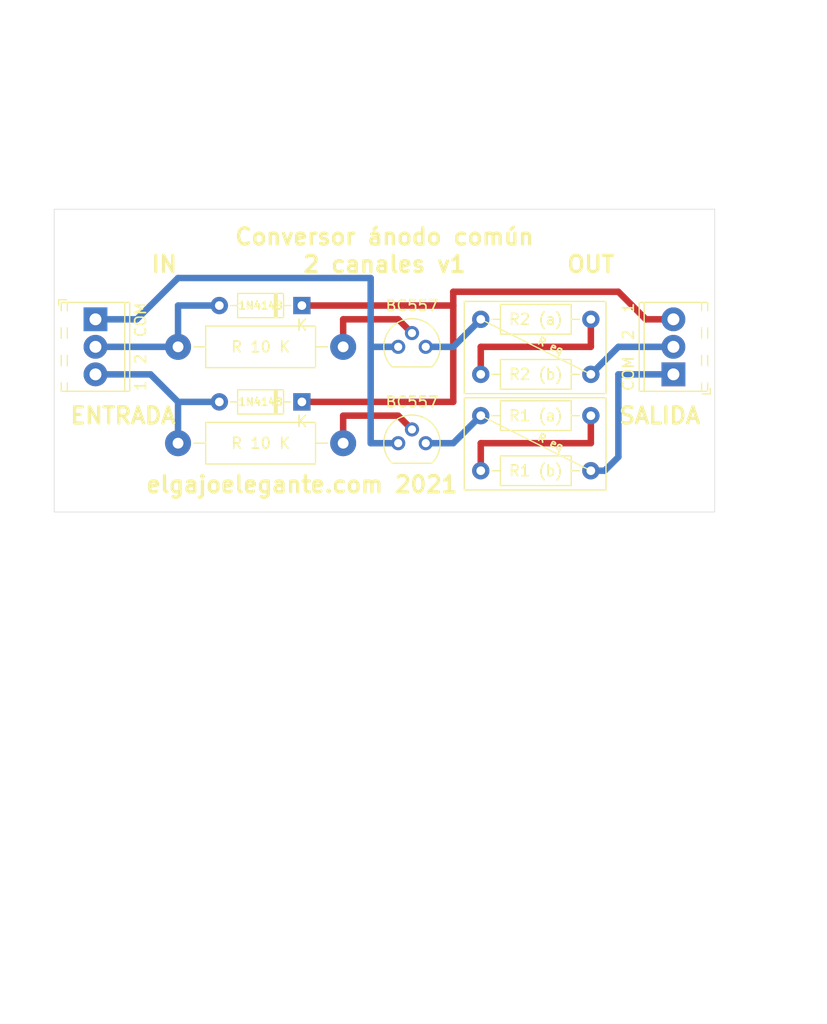
<source format=kicad_pcb>
(kicad_pcb (version 20171130) (host pcbnew "(5.1.9)-1")

  (general
    (thickness 1.6)
    (drawings 23)
    (tracks 45)
    (zones 0)
    (modules 20)
    (nets 1)
  )

  (page A4)
  (layers
    (0 F.Cu signal)
    (31 B.Cu signal)
    (33 F.Adhes user)
    (35 F.Paste user)
    (37 F.SilkS user)
    (38 B.Mask user)
    (39 F.Mask user)
    (40 Dwgs.User user)
    (41 Cmts.User user)
    (42 Eco1.User user)
    (43 Eco2.User user)
    (44 Edge.Cuts user)
    (45 Margin user)
    (46 B.CrtYd user)
    (47 F.CrtYd user)
    (49 F.Fab user)
  )

  (setup
    (last_trace_width 0.25)
    (user_trace_width 0.6)
    (trace_clearance 0.2)
    (zone_clearance 0.508)
    (zone_45_only no)
    (trace_min 0.2)
    (via_size 0.8)
    (via_drill 0.4)
    (via_min_size 0.4)
    (via_min_drill 0.3)
    (uvia_size 0.3)
    (uvia_drill 0.1)
    (uvias_allowed no)
    (uvia_min_size 0.2)
    (uvia_min_drill 0.1)
    (edge_width 0.05)
    (segment_width 0.2)
    (pcb_text_width 0.3)
    (pcb_text_size 1.5 1.5)
    (mod_edge_width 0.12)
    (mod_text_size 1 1)
    (mod_text_width 0.15)
    (pad_size 2.2 2.2)
    (pad_drill 1.1)
    (pad_to_mask_clearance 0)
    (aux_axis_origin 0 0)
    (visible_elements 7FFFFFFF)
    (pcbplotparams
      (layerselection 0x010e0_ffffffff)
      (usegerberextensions false)
      (usegerberattributes true)
      (usegerberadvancedattributes true)
      (creategerberjobfile true)
      (excludeedgelayer true)
      (linewidth 0.100000)
      (plotframeref false)
      (viasonmask false)
      (mode 1)
      (useauxorigin false)
      (hpglpennumber 1)
      (hpglpenspeed 20)
      (hpglpendiameter 15.000000)
      (psnegative false)
      (psa4output false)
      (plotreference true)
      (plotvalue true)
      (plotinvisibletext false)
      (padsonsilk false)
      (subtractmaskfromsilk false)
      (outputformat 1)
      (mirror false)
      (drillshape 0)
      (scaleselection 1)
      (outputdirectory "Gerber/"))
  )

  (net 0 "")

  (net_class Default "This is the default net class."
    (clearance 0.2)
    (trace_width 0.25)
    (via_dia 0.8)
    (via_drill 0.4)
    (uvia_dia 0.3)
    (uvia_drill 0.1)
  )

  (module TerminalBlock_Phoenix:TerminalBlock_Phoenix_MPT-0,5-3-2.54_1x03_P2.54mm_Horizontal-Dario (layer F.Cu) (tedit 602AB395) (tstamp 602AC8DD)
    (at 78.74 71.12 90)
    (descr "Terminal Block Phoenix MPT-0,5-3-2.54, 3 pins, pitch 2.54mm, size 8.08x6.2mm^2, drill diamater 1.1mm, pad diameter 2.2mm, see http://www.mouser.com/ds/2/324/ItemDetail_1725656-920552.pdf, script-generated using https://github.com/pointhi/kicad-footprint-generator/scripts/TerminalBlock_Phoenix")
    (tags "THT Terminal Block Phoenix MPT-0,5-3-2.54 pitch 2.54mm size 8.08x6.2mm^2 drill 1.1mm pad 2.2mm")
    (fp_text reference "COM  2  1" (at 2.54 -4.16 -90) (layer F.SilkS)
      (effects (font (size 1 1) (thickness 0.15)))
    )
    (fp_text value TerminalBlock_Phoenix_MPT-0,5-3-2.54_1x03_P2.54mm_Horizontal-Dario (at 2.54 4.16 90) (layer F.Fab)
      (effects (font (size 1 1) (thickness 0.15)))
    )
    (fp_circle (center 0 0) (end 1.1 0) (layer F.Fab) (width 0.1))
    (fp_circle (center 2.54 0) (end 3.64 0) (layer F.Fab) (width 0.1))
    (fp_circle (center 5.08 0) (end 6.18 0) (layer F.Fab) (width 0.1))
    (fp_line (start -1.5 -3.1) (end 6.58 -3.1) (layer F.Fab) (width 0.1))
    (fp_line (start 6.58 -3.1) (end 6.58 3.1) (layer F.Fab) (width 0.1))
    (fp_line (start 6.58 3.1) (end -1 3.1) (layer F.Fab) (width 0.1))
    (fp_line (start -1 3.1) (end -1.5 2.6) (layer F.Fab) (width 0.1))
    (fp_line (start -1.5 2.6) (end -1.5 -3.1) (layer F.Fab) (width 0.1))
    (fp_line (start -1.5 2.6) (end 6.58 2.6) (layer F.Fab) (width 0.1))
    (fp_line (start -1.56 2.6) (end -0.79 2.6) (layer F.SilkS) (width 0.12))
    (fp_line (start 0.79 2.6) (end 1.75 2.6) (layer F.SilkS) (width 0.12))
    (fp_line (start 3.33 2.6) (end 4.29 2.6) (layer F.SilkS) (width 0.12))
    (fp_line (start 5.87 2.6) (end 6.64 2.6) (layer F.SilkS) (width 0.12))
    (fp_line (start -1.5 -2.7) (end 6.58 -2.7) (layer F.Fab) (width 0.1))
    (fp_line (start -1.56 -2.7) (end 6.64 -2.7) (layer F.SilkS) (width 0.12))
    (fp_line (start -1.56 -3.16) (end 6.64 -3.16) (layer F.SilkS) (width 0.12))
    (fp_line (start -1.56 3.16) (end -0.79 3.16) (layer F.SilkS) (width 0.12))
    (fp_line (start 0.79 3.16) (end 1.75 3.16) (layer F.SilkS) (width 0.12))
    (fp_line (start 3.33 3.16) (end 4.29 3.16) (layer F.SilkS) (width 0.12))
    (fp_line (start 5.87 3.16) (end 6.64 3.16) (layer F.SilkS) (width 0.12))
    (fp_line (start -1.56 -3.16) (end -1.56 3.16) (layer F.SilkS) (width 0.12))
    (fp_line (start 6.64 -3.16) (end 6.64 3.16) (layer F.SilkS) (width 0.12))
    (fp_line (start 0.835 -0.7) (end -0.701 0.835) (layer F.Fab) (width 0.1))
    (fp_line (start 0.701 -0.835) (end -0.835 0.7) (layer F.Fab) (width 0.1))
    (fp_line (start 3.375 -0.7) (end 1.84 0.835) (layer F.Fab) (width 0.1))
    (fp_line (start 3.241 -0.835) (end 1.706 0.7) (layer F.Fab) (width 0.1))
    (fp_line (start 5.915 -0.7) (end 4.38 0.835) (layer F.Fab) (width 0.1))
    (fp_line (start 5.781 -0.835) (end 4.246 0.7) (layer F.Fab) (width 0.1))
    (fp_line (start -1.8 2.66) (end -1.8 3.4) (layer F.SilkS) (width 0.12))
    (fp_line (start -1.8 3.4) (end -1.3 3.4) (layer F.SilkS) (width 0.12))
    (fp_line (start -2 -3.6) (end -2 3.6) (layer F.CrtYd) (width 0.05))
    (fp_line (start -2 3.6) (end 7.08 3.6) (layer F.CrtYd) (width 0.05))
    (fp_line (start 7.08 3.6) (end 7.08 -3.6) (layer F.CrtYd) (width 0.05))
    (fp_line (start 7.08 -3.6) (end -2 -3.6) (layer F.CrtYd) (width 0.05))
    (fp_text user %R (at 2.54 2 90) (layer F.Fab)
      (effects (font (size 1 1) (thickness 0.15)))
    )
    (pad 1 thru_hole rect (at 0 0 90) (size 2.2 2.2) (drill 1.1) (layers *.Cu *.Mask))
    (pad 2 thru_hole circle (at 2.54 0 90) (size 2.2 2.2) (drill 1.1) (layers *.Cu *.Mask))
    (pad 3 thru_hole circle (at 5.08 0 90) (size 2.2 2.2) (drill 1.1) (layers *.Cu *.Mask))
    (model ${KISYS3DMOD}/TerminalBlock_Phoenix.3dshapes/TerminalBlock_Phoenix_MPT-0,5-3-2.54_1x03_P2.54mm_Horizontal.wrl
      (at (xyz 0 0 0))
      (scale (xyz 1 1 1))
      (rotate (xyz 0 0 0))
    )
  )

  (module MountingHole:MountingHole_3.2mm_M3 (layer F.Cu) (tedit 56D1B4CB) (tstamp 602ACC9D)
    (at 26.07 79.87)
    (descr "Mounting Hole 3.2mm, no annular, M3")
    (tags "mounting hole 3.2mm no annular m3")
    (attr virtual)
    (fp_text reference REF** (at 0 -4.2) (layer F.SilkS) hide
      (effects (font (size 1 1) (thickness 0.15)))
    )
    (fp_text value MountingHole_3.2mm_M3 (at 0 4.2) (layer F.Fab)
      (effects (font (size 1 1) (thickness 0.15)))
    )
    (fp_circle (center 0 0) (end 3.45 0) (layer F.CrtYd) (width 0.05))
    (fp_circle (center 0 0) (end 3.2 0) (layer Cmts.User) (width 0.15))
    (fp_text user %R (at 0.3 0) (layer F.Fab)
      (effects (font (size 1 1) (thickness 0.15)))
    )
    (pad 1 np_thru_hole circle (at 0 0) (size 3.2 3.2) (drill 3.2) (layers *.Cu *.Mask))
  )

  (module MountingHole:MountingHole_3.2mm_M3 (layer F.Cu) (tedit 56D1B4CB) (tstamp 602ACC77)
    (at 78.07 79.87)
    (descr "Mounting Hole 3.2mm, no annular, M3")
    (tags "mounting hole 3.2mm no annular m3")
    (attr virtual)
    (fp_text reference REF** (at 0 -4.2) (layer F.SilkS) hide
      (effects (font (size 1 1) (thickness 0.15)))
    )
    (fp_text value MountingHole_3.2mm_M3 (at 0 4.2) (layer F.Fab)
      (effects (font (size 1 1) (thickness 0.15)))
    )
    (fp_circle (center 0 0) (end 3.2 0) (layer Cmts.User) (width 0.15))
    (fp_circle (center 0 0) (end 3.45 0) (layer F.CrtYd) (width 0.05))
    (fp_text user %R (at 0.3 0) (layer F.Fab)
      (effects (font (size 1 1) (thickness 0.15)))
    )
    (pad 1 np_thru_hole circle (at 0 0) (size 3.2 3.2) (drill 3.2) (layers *.Cu *.Mask))
  )

  (module MountingHole:MountingHole_3.2mm_M3 (layer F.Cu) (tedit 56D1B4CB) (tstamp 602ACC51)
    (at 78.07 59.69)
    (descr "Mounting Hole 3.2mm, no annular, M3")
    (tags "mounting hole 3.2mm no annular m3")
    (attr virtual)
    (fp_text reference REF** (at 0 -4.2) (layer F.SilkS) hide
      (effects (font (size 1 1) (thickness 0.15)))
    )
    (fp_text value MountingHole_3.2mm_M3 (at 0 4.2) (layer F.Fab)
      (effects (font (size 1 1) (thickness 0.15)))
    )
    (fp_circle (center 0 0) (end 3.45 0) (layer F.CrtYd) (width 0.05))
    (fp_circle (center 0 0) (end 3.2 0) (layer Cmts.User) (width 0.15))
    (fp_text user %R (at 0.3 0) (layer F.Fab)
      (effects (font (size 1 1) (thickness 0.15)))
    )
    (pad 1 np_thru_hole circle (at 0 0) (size 3.2 3.2) (drill 3.2) (layers *.Cu *.Mask))
  )

  (module MountingHole:MountingHole_3.2mm_M3 (layer F.Cu) (tedit 56D1B4CB) (tstamp 602ACBF0)
    (at 26.07 59.69)
    (descr "Mounting Hole 3.2mm, no annular, M3")
    (tags "mounting hole 3.2mm no annular m3")
    (attr virtual)
    (fp_text reference REF** (at 0 -4.2) (layer F.SilkS) hide
      (effects (font (size 1 1) (thickness 0.15)))
    )
    (fp_text value MountingHole_3.2mm_M3 (at 0 4.93) (layer F.Fab)
      (effects (font (size 1 1) (thickness 0.15)))
    )
    (fp_circle (center 0 0) (end 3.2 0) (layer Cmts.User) (width 0.15))
    (fp_circle (center 0 0) (end 3.45 0) (layer F.CrtYd) (width 0.05))
    (fp_text user %R (at 0.3 0) (layer F.Fab)
      (effects (font (size 1 1) (thickness 0.15)))
    )
    (pad 1 np_thru_hole circle (at 0 0) (size 3.2 3.2) (drill 3.2) (layers *.Cu *.Mask))
  )

  (module TerminalBlock_Phoenix:TerminalBlock_Phoenix_MPT-0,5-3-2.54_1x03_P2.54mm_Horizontal-Dario (layer F.Cu) (tedit 602AA746) (tstamp 602C09DC)
    (at 25.4 66.04 270)
    (descr "Terminal Block Phoenix MPT-0,5-3-2.54, 3 pins, pitch 2.54mm, size 8.08x6.2mm^2, drill diamater 1.1mm, pad diameter 2.2mm, see http://www.mouser.com/ds/2/324/ItemDetail_1725656-920552.pdf, script-generated using https://github.com/pointhi/kicad-footprint-generator/scripts/TerminalBlock_Phoenix")
    (tags "THT Terminal Block Phoenix MPT-0,5-3-2.54 pitch 2.54mm size 8.08x6.2mm^2 drill 1.1mm pad 2.2mm")
    (fp_text reference "1  2  COM" (at 2.54 -4.16 90) (layer F.SilkS)
      (effects (font (size 1 1) (thickness 0.15)))
    )
    (fp_text value TerminalBlock_Phoenix_MPT-0,5-3-2.54_1x03_P2.54mm_Horizontal-Dario (at 2.54 4.16 90) (layer F.Fab)
      (effects (font (size 1 1) (thickness 0.15)))
    )
    (fp_line (start 7.08 -3.6) (end -2 -3.6) (layer F.CrtYd) (width 0.05))
    (fp_line (start 7.08 3.6) (end 7.08 -3.6) (layer F.CrtYd) (width 0.05))
    (fp_line (start -2 3.6) (end 7.08 3.6) (layer F.CrtYd) (width 0.05))
    (fp_line (start -2 -3.6) (end -2 3.6) (layer F.CrtYd) (width 0.05))
    (fp_line (start -1.8 3.4) (end -1.3 3.4) (layer F.SilkS) (width 0.12))
    (fp_line (start -1.8 2.66) (end -1.8 3.4) (layer F.SilkS) (width 0.12))
    (fp_line (start 5.781 -0.835) (end 4.246 0.7) (layer F.Fab) (width 0.1))
    (fp_line (start 5.915 -0.7) (end 4.38 0.835) (layer F.Fab) (width 0.1))
    (fp_line (start 3.241 -0.835) (end 1.706 0.7) (layer F.Fab) (width 0.1))
    (fp_line (start 3.375 -0.7) (end 1.84 0.835) (layer F.Fab) (width 0.1))
    (fp_line (start 0.701 -0.835) (end -0.835 0.7) (layer F.Fab) (width 0.1))
    (fp_line (start 0.835 -0.7) (end -0.701 0.835) (layer F.Fab) (width 0.1))
    (fp_line (start 6.64 -3.16) (end 6.64 3.16) (layer F.SilkS) (width 0.12))
    (fp_line (start -1.56 -3.16) (end -1.56 3.16) (layer F.SilkS) (width 0.12))
    (fp_line (start 5.87 3.16) (end 6.64 3.16) (layer F.SilkS) (width 0.12))
    (fp_line (start 3.33 3.16) (end 4.29 3.16) (layer F.SilkS) (width 0.12))
    (fp_line (start 0.79 3.16) (end 1.75 3.16) (layer F.SilkS) (width 0.12))
    (fp_line (start -1.56 3.16) (end -0.79 3.16) (layer F.SilkS) (width 0.12))
    (fp_line (start -1.56 -3.16) (end 6.64 -3.16) (layer F.SilkS) (width 0.12))
    (fp_line (start -1.56 -2.7) (end 6.64 -2.7) (layer F.SilkS) (width 0.12))
    (fp_line (start -1.5 -2.7) (end 6.58 -2.7) (layer F.Fab) (width 0.1))
    (fp_line (start 5.87 2.6) (end 6.64 2.6) (layer F.SilkS) (width 0.12))
    (fp_line (start 3.33 2.6) (end 4.29 2.6) (layer F.SilkS) (width 0.12))
    (fp_line (start 0.79 2.6) (end 1.75 2.6) (layer F.SilkS) (width 0.12))
    (fp_line (start -1.56 2.6) (end -0.79 2.6) (layer F.SilkS) (width 0.12))
    (fp_line (start -1.5 2.6) (end 6.58 2.6) (layer F.Fab) (width 0.1))
    (fp_line (start -1.5 2.6) (end -1.5 -3.1) (layer F.Fab) (width 0.1))
    (fp_line (start -1 3.1) (end -1.5 2.6) (layer F.Fab) (width 0.1))
    (fp_line (start 6.58 3.1) (end -1 3.1) (layer F.Fab) (width 0.1))
    (fp_line (start 6.58 -3.1) (end 6.58 3.1) (layer F.Fab) (width 0.1))
    (fp_line (start -1.5 -3.1) (end 6.58 -3.1) (layer F.Fab) (width 0.1))
    (fp_circle (center 5.08 0) (end 6.18 0) (layer F.Fab) (width 0.1))
    (fp_circle (center 2.54 0) (end 3.64 0) (layer F.Fab) (width 0.1))
    (fp_circle (center 0 0) (end 1.1 0) (layer F.Fab) (width 0.1))
    (fp_text user %R (at 2.54 2 90) (layer F.Fab)
      (effects (font (size 1 1) (thickness 0.15)))
    )
    (pad 1 thru_hole circle (at 5.08 0 270) (size 2.2 2.2) (drill 1.1) (layers *.Cu *.Mask))
    (pad 2 thru_hole circle (at 2.54 0 270) (size 2.2 2.2) (drill 1.1) (layers *.Cu *.Mask))
    (pad 3 thru_hole rect (at 0 0 270) (size 2.2 2.2) (drill 1.1) (layers *.Cu *.Mask))
    (model ${KISYS3DMOD}/TerminalBlock_Phoenix.3dshapes/TerminalBlock_Phoenix_MPT-0,5-3-2.54_1x03_P2.54mm_Horizontal.wrl
      (at (xyz 0 0 0))
      (scale (xyz 1 1 1))
      (rotate (xyz 0 0 0))
    )
  )

  (module Resistor_THT:R_Axial_DIN0207_L6.3mm_D2.5mm_P10.16mm_Horizontal (layer F.Cu) (tedit 5AE5139B) (tstamp 602AEADB)
    (at 60.96 74.93)
    (descr "Resistor, Axial_DIN0207 series, Axial, Horizontal, pin pitch=10.16mm, 0.25W = 1/4W, length*diameter=6.3*2.5mm^2, http://cdn-reichelt.de/documents/datenblatt/B400/1_4W%23YAG.pdf")
    (tags "Resistor Axial_DIN0207 series Axial Horizontal pin pitch 10.16mm 0.25W = 1/4W length 6.3mm diameter 2.5mm")
    (fp_text reference "R1 (a)" (at 5.08 0) (layer F.SilkS)
      (effects (font (size 1 1) (thickness 0.15)))
    )
    (fp_text value R_Axial_DIN0207_L6.3mm_D2.5mm_P10.16mm_Horizontal (at 5.08 2.37) (layer F.Fab)
      (effects (font (size 1 1) (thickness 0.15)))
    )
    (fp_line (start 11.21 -1.5) (end -1.05 -1.5) (layer F.CrtYd) (width 0.05))
    (fp_line (start 11.21 1.5) (end 11.21 -1.5) (layer F.CrtYd) (width 0.05))
    (fp_line (start -1.05 1.5) (end 11.21 1.5) (layer F.CrtYd) (width 0.05))
    (fp_line (start -1.05 -1.5) (end -1.05 1.5) (layer F.CrtYd) (width 0.05))
    (fp_line (start 9.12 0) (end 8.35 0) (layer F.SilkS) (width 0.12))
    (fp_line (start 1.04 0) (end 1.81 0) (layer F.SilkS) (width 0.12))
    (fp_line (start 8.35 -1.37) (end 1.81 -1.37) (layer F.SilkS) (width 0.12))
    (fp_line (start 8.35 1.37) (end 8.35 -1.37) (layer F.SilkS) (width 0.12))
    (fp_line (start 1.81 1.37) (end 8.35 1.37) (layer F.SilkS) (width 0.12))
    (fp_line (start 1.81 -1.37) (end 1.81 1.37) (layer F.SilkS) (width 0.12))
    (fp_line (start 10.16 0) (end 8.23 0) (layer F.Fab) (width 0.1))
    (fp_line (start 0 0) (end 1.93 0) (layer F.Fab) (width 0.1))
    (fp_line (start 8.23 -1.25) (end 1.93 -1.25) (layer F.Fab) (width 0.1))
    (fp_line (start 8.23 1.25) (end 8.23 -1.25) (layer F.Fab) (width 0.1))
    (fp_line (start 1.93 1.25) (end 8.23 1.25) (layer F.Fab) (width 0.1))
    (fp_line (start 1.93 -1.25) (end 1.93 1.25) (layer F.Fab) (width 0.1))
    (fp_text user %R (at 5.08 0) (layer F.Fab)
      (effects (font (size 1 1) (thickness 0.15)))
    )
    (pad 1 thru_hole circle (at 0 0) (size 1.6 1.6) (drill 0.8) (layers *.Cu *.Mask))
    (pad 2 thru_hole oval (at 10.16 0) (size 1.6 1.6) (drill 0.8) (layers *.Cu *.Mask))
    (model ${KISYS3DMOD}/Resistor_THT.3dshapes/R_Axial_DIN0207_L6.3mm_D2.5mm_P10.16mm_Horizontal.wrl
      (at (xyz 0 0 0))
      (scale (xyz 1 1 1))
      (rotate (xyz 0 0 0))
    )
  )

  (module Resistor_THT:R_Axial_DIN0207_L6.3mm_D2.5mm_P10.16mm_Horizontal (layer F.Cu) (tedit 5AE5139B) (tstamp 602AEAC5)
    (at 60.96 80.01)
    (descr "Resistor, Axial_DIN0207 series, Axial, Horizontal, pin pitch=10.16mm, 0.25W = 1/4W, length*diameter=6.3*2.5mm^2, http://cdn-reichelt.de/documents/datenblatt/B400/1_4W%23YAG.pdf")
    (tags "Resistor Axial_DIN0207 series Axial Horizontal pin pitch 10.16mm 0.25W = 1/4W length 6.3mm diameter 2.5mm")
    (fp_text reference "R1 (b)" (at 5.08 0) (layer F.SilkS)
      (effects (font (size 1 1) (thickness 0.15)))
    )
    (fp_text value R_Axial_DIN0207_L6.3mm_D2.5mm_P10.16mm_Horizontal (at 5.08 2.37) (layer F.Fab)
      (effects (font (size 1 1) (thickness 0.15)))
    )
    (fp_line (start 11.21 -1.5) (end -1.05 -1.5) (layer F.CrtYd) (width 0.05))
    (fp_line (start 11.21 1.5) (end 11.21 -1.5) (layer F.CrtYd) (width 0.05))
    (fp_line (start -1.05 1.5) (end 11.21 1.5) (layer F.CrtYd) (width 0.05))
    (fp_line (start -1.05 -1.5) (end -1.05 1.5) (layer F.CrtYd) (width 0.05))
    (fp_line (start 9.12 0) (end 8.35 0) (layer F.SilkS) (width 0.12))
    (fp_line (start 1.04 0) (end 1.81 0) (layer F.SilkS) (width 0.12))
    (fp_line (start 8.35 -1.37) (end 1.81 -1.37) (layer F.SilkS) (width 0.12))
    (fp_line (start 8.35 1.37) (end 8.35 -1.37) (layer F.SilkS) (width 0.12))
    (fp_line (start 1.81 1.37) (end 8.35 1.37) (layer F.SilkS) (width 0.12))
    (fp_line (start 1.81 -1.37) (end 1.81 1.37) (layer F.SilkS) (width 0.12))
    (fp_line (start 10.16 0) (end 8.23 0) (layer F.Fab) (width 0.1))
    (fp_line (start 0 0) (end 1.93 0) (layer F.Fab) (width 0.1))
    (fp_line (start 8.23 -1.25) (end 1.93 -1.25) (layer F.Fab) (width 0.1))
    (fp_line (start 8.23 1.25) (end 8.23 -1.25) (layer F.Fab) (width 0.1))
    (fp_line (start 1.93 1.25) (end 8.23 1.25) (layer F.Fab) (width 0.1))
    (fp_line (start 1.93 -1.25) (end 1.93 1.25) (layer F.Fab) (width 0.1))
    (fp_text user %R (at 5.08 0) (layer F.Fab)
      (effects (font (size 1 1) (thickness 0.15)))
    )
    (pad 2 thru_hole oval (at 10.16 0) (size 1.6 1.6) (drill 0.8) (layers *.Cu *.Mask))
    (pad 1 thru_hole circle (at 0 0) (size 1.6 1.6) (drill 0.8) (layers *.Cu *.Mask))
    (model ${KISYS3DMOD}/Resistor_THT.3dshapes/R_Axial_DIN0207_L6.3mm_D2.5mm_P10.16mm_Horizontal.wrl
      (at (xyz 0 0 0))
      (scale (xyz 1 1 1))
      (rotate (xyz 0 0 0))
    )
  )

  (module Resistor_THT:R_Axial_DIN0207_L6.3mm_D2.5mm_P10.16mm_Horizontal (layer F.Cu) (tedit 5AE5139B) (tstamp 602AEADB)
    (at 60.96 66.04)
    (descr "Resistor, Axial_DIN0207 series, Axial, Horizontal, pin pitch=10.16mm, 0.25W = 1/4W, length*diameter=6.3*2.5mm^2, http://cdn-reichelt.de/documents/datenblatt/B400/1_4W%23YAG.pdf")
    (tags "Resistor Axial_DIN0207 series Axial Horizontal pin pitch 10.16mm 0.25W = 1/4W length 6.3mm diameter 2.5mm")
    (fp_text reference "R2 (a)" (at 5.08 0) (layer F.SilkS)
      (effects (font (size 1 1) (thickness 0.15)))
    )
    (fp_text value R_Axial_DIN0207_L6.3mm_D2.5mm_P10.16mm_Horizontal (at 5.08 2.37) (layer F.Fab)
      (effects (font (size 1 1) (thickness 0.15)))
    )
    (fp_line (start 11.21 -1.5) (end -1.05 -1.5) (layer F.CrtYd) (width 0.05))
    (fp_line (start 11.21 1.5) (end 11.21 -1.5) (layer F.CrtYd) (width 0.05))
    (fp_line (start -1.05 1.5) (end 11.21 1.5) (layer F.CrtYd) (width 0.05))
    (fp_line (start -1.05 -1.5) (end -1.05 1.5) (layer F.CrtYd) (width 0.05))
    (fp_line (start 9.12 0) (end 8.35 0) (layer F.SilkS) (width 0.12))
    (fp_line (start 1.04 0) (end 1.81 0) (layer F.SilkS) (width 0.12))
    (fp_line (start 8.35 -1.37) (end 1.81 -1.37) (layer F.SilkS) (width 0.12))
    (fp_line (start 8.35 1.37) (end 8.35 -1.37) (layer F.SilkS) (width 0.12))
    (fp_line (start 1.81 1.37) (end 8.35 1.37) (layer F.SilkS) (width 0.12))
    (fp_line (start 1.81 -1.37) (end 1.81 1.37) (layer F.SilkS) (width 0.12))
    (fp_line (start 10.16 0) (end 8.23 0) (layer F.Fab) (width 0.1))
    (fp_line (start 0 0) (end 1.93 0) (layer F.Fab) (width 0.1))
    (fp_line (start 8.23 -1.25) (end 1.93 -1.25) (layer F.Fab) (width 0.1))
    (fp_line (start 8.23 1.25) (end 8.23 -1.25) (layer F.Fab) (width 0.1))
    (fp_line (start 1.93 1.25) (end 8.23 1.25) (layer F.Fab) (width 0.1))
    (fp_line (start 1.93 -1.25) (end 1.93 1.25) (layer F.Fab) (width 0.1))
    (fp_text user %R (at 5.08 0) (layer F.Fab)
      (effects (font (size 1 1) (thickness 0.15)))
    )
    (pad 1 thru_hole circle (at 0 0) (size 1.6 1.6) (drill 0.8) (layers *.Cu *.Mask))
    (pad 2 thru_hole oval (at 10.16 0) (size 1.6 1.6) (drill 0.8) (layers *.Cu *.Mask))
    (model ${KISYS3DMOD}/Resistor_THT.3dshapes/R_Axial_DIN0207_L6.3mm_D2.5mm_P10.16mm_Horizontal.wrl
      (at (xyz 0 0 0))
      (scale (xyz 1 1 1))
      (rotate (xyz 0 0 0))
    )
  )

  (module Resistor_THT:R_Axial_DIN0207_L6.3mm_D2.5mm_P10.16mm_Horizontal (layer F.Cu) (tedit 5AE5139B) (tstamp 602AEAC5)
    (at 60.96 71.12)
    (descr "Resistor, Axial_DIN0207 series, Axial, Horizontal, pin pitch=10.16mm, 0.25W = 1/4W, length*diameter=6.3*2.5mm^2, http://cdn-reichelt.de/documents/datenblatt/B400/1_4W%23YAG.pdf")
    (tags "Resistor Axial_DIN0207 series Axial Horizontal pin pitch 10.16mm 0.25W = 1/4W length 6.3mm diameter 2.5mm")
    (fp_text reference "R2 (b)" (at 5.08 0) (layer F.SilkS)
      (effects (font (size 1 1) (thickness 0.15)))
    )
    (fp_text value R_Axial_DIN0207_L6.3mm_D2.5mm_P10.16mm_Horizontal (at 5.08 2.37) (layer F.Fab)
      (effects (font (size 1 1) (thickness 0.15)))
    )
    (fp_line (start 11.21 -1.5) (end -1.05 -1.5) (layer F.CrtYd) (width 0.05))
    (fp_line (start 11.21 1.5) (end 11.21 -1.5) (layer F.CrtYd) (width 0.05))
    (fp_line (start -1.05 1.5) (end 11.21 1.5) (layer F.CrtYd) (width 0.05))
    (fp_line (start -1.05 -1.5) (end -1.05 1.5) (layer F.CrtYd) (width 0.05))
    (fp_line (start 9.12 0) (end 8.35 0) (layer F.SilkS) (width 0.12))
    (fp_line (start 1.04 0) (end 1.81 0) (layer F.SilkS) (width 0.12))
    (fp_line (start 8.35 -1.37) (end 1.81 -1.37) (layer F.SilkS) (width 0.12))
    (fp_line (start 8.35 1.37) (end 8.35 -1.37) (layer F.SilkS) (width 0.12))
    (fp_line (start 1.81 1.37) (end 8.35 1.37) (layer F.SilkS) (width 0.12))
    (fp_line (start 1.81 -1.37) (end 1.81 1.37) (layer F.SilkS) (width 0.12))
    (fp_line (start 10.16 0) (end 8.23 0) (layer F.Fab) (width 0.1))
    (fp_line (start 0 0) (end 1.93 0) (layer F.Fab) (width 0.1))
    (fp_line (start 8.23 -1.25) (end 1.93 -1.25) (layer F.Fab) (width 0.1))
    (fp_line (start 8.23 1.25) (end 8.23 -1.25) (layer F.Fab) (width 0.1))
    (fp_line (start 1.93 1.25) (end 8.23 1.25) (layer F.Fab) (width 0.1))
    (fp_line (start 1.93 -1.25) (end 1.93 1.25) (layer F.Fab) (width 0.1))
    (fp_text user %R (at 5.08 0) (layer F.Fab)
      (effects (font (size 1 1) (thickness 0.15)))
    )
    (pad 2 thru_hole oval (at 10.16 0) (size 1.6 1.6) (drill 0.8) (layers *.Cu *.Mask))
    (pad 1 thru_hole circle (at 0 0) (size 1.6 1.6) (drill 0.8) (layers *.Cu *.Mask))
    (model ${KISYS3DMOD}/Resistor_THT.3dshapes/R_Axial_DIN0207_L6.3mm_D2.5mm_P10.16mm_Horizontal.wrl
      (at (xyz 0 0 0))
      (scale (xyz 1 1 1))
      (rotate (xyz 0 0 0))
    )
  )

  (module Diode_THT:D_DO-35_SOD27_P7.62mm_Horizontal (layer F.Cu) (tedit 5AE50CD5) (tstamp 602AE263)
    (at 44.45 64.77 180)
    (descr "Diode, DO-35_SOD27 series, Axial, Horizontal, pin pitch=7.62mm, , length*diameter=4*2mm^2, , http://www.diodes.com/_files/packages/DO-35.pdf")
    (tags "Diode DO-35_SOD27 series Axial Horizontal pin pitch 7.62mm  length 4mm diameter 2mm")
    (fp_text reference 1N4148 (at 3.81 0) (layer F.SilkS)
      (effects (font (size 0.7 0.7) (thickness 0.15)))
    )
    (fp_text value D_DO-35_SOD27_P7.62mm_Horizontal (at 3.81 2.12) (layer F.Fab)
      (effects (font (size 1 1) (thickness 0.15)))
    )
    (fp_line (start 1.81 -1) (end 1.81 1) (layer F.Fab) (width 0.1))
    (fp_line (start 1.81 1) (end 5.81 1) (layer F.Fab) (width 0.1))
    (fp_line (start 5.81 1) (end 5.81 -1) (layer F.Fab) (width 0.1))
    (fp_line (start 5.81 -1) (end 1.81 -1) (layer F.Fab) (width 0.1))
    (fp_line (start 0 0) (end 1.81 0) (layer F.Fab) (width 0.1))
    (fp_line (start 7.62 0) (end 5.81 0) (layer F.Fab) (width 0.1))
    (fp_line (start 2.41 -1) (end 2.41 1) (layer F.Fab) (width 0.1))
    (fp_line (start 2.51 -1) (end 2.51 1) (layer F.Fab) (width 0.1))
    (fp_line (start 2.31 -1) (end 2.31 1) (layer F.Fab) (width 0.1))
    (fp_line (start 1.69 -1.12) (end 1.69 1.12) (layer F.SilkS) (width 0.12))
    (fp_line (start 1.69 1.12) (end 5.93 1.12) (layer F.SilkS) (width 0.12))
    (fp_line (start 5.93 1.12) (end 5.93 -1.12) (layer F.SilkS) (width 0.12))
    (fp_line (start 5.93 -1.12) (end 1.69 -1.12) (layer F.SilkS) (width 0.12))
    (fp_line (start 1.04 0) (end 1.69 0) (layer F.SilkS) (width 0.12))
    (fp_line (start 6.58 0) (end 5.93 0) (layer F.SilkS) (width 0.12))
    (fp_line (start 2.41 -1.12) (end 2.41 1.12) (layer F.SilkS) (width 0.12))
    (fp_line (start 2.53 -1.12) (end 2.53 1.12) (layer F.SilkS) (width 0.12))
    (fp_line (start 2.29 -1.12) (end 2.29 1.12) (layer F.SilkS) (width 0.12))
    (fp_line (start -1.05 -1.25) (end -1.05 1.25) (layer F.CrtYd) (width 0.05))
    (fp_line (start -1.05 1.25) (end 8.67 1.25) (layer F.CrtYd) (width 0.05))
    (fp_line (start 8.67 1.25) (end 8.67 -1.25) (layer F.CrtYd) (width 0.05))
    (fp_line (start 8.67 -1.25) (end -1.05 -1.25) (layer F.CrtYd) (width 0.05))
    (fp_text user %R (at 4.11 0) (layer F.Fab)
      (effects (font (size 0.8 0.8) (thickness 0.12)))
    )
    (fp_text user K (at 0 -1.8) (layer F.Fab)
      (effects (font (size 1 1) (thickness 0.15)))
    )
    (fp_text user K (at 0 -1.8) (layer F.SilkS)
      (effects (font (size 1 1) (thickness 0.15)))
    )
    (pad 1 thru_hole rect (at 0 0 180) (size 1.6 1.6) (drill 0.8) (layers *.Cu *.Mask))
    (pad 2 thru_hole oval (at 7.62 0 180) (size 1.6 1.6) (drill 0.8) (layers *.Cu *.Mask))
    (model ${KISYS3DMOD}/Diode_THT.3dshapes/D_DO-35_SOD27_P7.62mm_Horizontal.wrl
      (at (xyz 0 0 0))
      (scale (xyz 1 1 1))
      (rotate (xyz 0 0 0))
    )
  )

  (module Diode_THT:D_DO-35_SOD27_P7.62mm_Horizontal (layer F.Cu) (tedit 5AE50CD5) (tstamp 602ADE12)
    (at 44.45 73.66 180)
    (descr "Diode, DO-35_SOD27 series, Axial, Horizontal, pin pitch=7.62mm, , length*diameter=4*2mm^2, , http://www.diodes.com/_files/packages/DO-35.pdf")
    (tags "Diode DO-35_SOD27 series Axial Horizontal pin pitch 7.62mm  length 4mm diameter 2mm")
    (fp_text reference 1N4148 (at 3.81 0) (layer F.SilkS)
      (effects (font (size 0.7 0.7) (thickness 0.15)))
    )
    (fp_text value D_DO-35_SOD27_P7.62mm_Horizontal (at 3.81 2.12) (layer F.Fab)
      (effects (font (size 1 1) (thickness 0.15)))
    )
    (fp_line (start 1.81 -1) (end 1.81 1) (layer F.Fab) (width 0.1))
    (fp_line (start 1.81 1) (end 5.81 1) (layer F.Fab) (width 0.1))
    (fp_line (start 5.81 1) (end 5.81 -1) (layer F.Fab) (width 0.1))
    (fp_line (start 5.81 -1) (end 1.81 -1) (layer F.Fab) (width 0.1))
    (fp_line (start 0 0) (end 1.81 0) (layer F.Fab) (width 0.1))
    (fp_line (start 7.62 0) (end 5.81 0) (layer F.Fab) (width 0.1))
    (fp_line (start 2.41 -1) (end 2.41 1) (layer F.Fab) (width 0.1))
    (fp_line (start 2.51 -1) (end 2.51 1) (layer F.Fab) (width 0.1))
    (fp_line (start 2.31 -1) (end 2.31 1) (layer F.Fab) (width 0.1))
    (fp_line (start 1.69 -1.12) (end 1.69 1.12) (layer F.SilkS) (width 0.12))
    (fp_line (start 1.69 1.12) (end 5.93 1.12) (layer F.SilkS) (width 0.12))
    (fp_line (start 5.93 1.12) (end 5.93 -1.12) (layer F.SilkS) (width 0.12))
    (fp_line (start 5.93 -1.12) (end 1.69 -1.12) (layer F.SilkS) (width 0.12))
    (fp_line (start 1.04 0) (end 1.69 0) (layer F.SilkS) (width 0.12))
    (fp_line (start 6.58 0) (end 5.93 0) (layer F.SilkS) (width 0.12))
    (fp_line (start 2.41 -1.12) (end 2.41 1.12) (layer F.SilkS) (width 0.12))
    (fp_line (start 2.53 -1.12) (end 2.53 1.12) (layer F.SilkS) (width 0.12))
    (fp_line (start 2.29 -1.12) (end 2.29 1.12) (layer F.SilkS) (width 0.12))
    (fp_line (start -1.05 -1.25) (end -1.05 1.25) (layer F.CrtYd) (width 0.05))
    (fp_line (start -1.05 1.25) (end 8.67 1.25) (layer F.CrtYd) (width 0.05))
    (fp_line (start 8.67 1.25) (end 8.67 -1.25) (layer F.CrtYd) (width 0.05))
    (fp_line (start 8.67 -1.25) (end -1.05 -1.25) (layer F.CrtYd) (width 0.05))
    (fp_text user K (at 0 -1.8) (layer F.SilkS)
      (effects (font (size 1 1) (thickness 0.15)))
    )
    (fp_text user K (at 0 -1.8) (layer F.Fab)
      (effects (font (size 1 1) (thickness 0.15)))
    )
    (fp_text user %R (at 4.11 0) (layer F.Fab)
      (effects (font (size 0.8 0.8) (thickness 0.12)))
    )
    (pad 2 thru_hole oval (at 7.62 0 180) (size 1.6 1.6) (drill 0.8) (layers *.Cu *.Mask))
    (pad 1 thru_hole rect (at 0 0 180) (size 1.6 1.6) (drill 0.8) (layers *.Cu *.Mask))
    (model ${KISYS3DMOD}/Diode_THT.3dshapes/D_DO-35_SOD27_P7.62mm_Horizontal.wrl
      (at (xyz 0 0 0))
      (scale (xyz 1 1 1))
      (rotate (xyz 0 0 0))
    )
  )

  (module Resistor_THT:R_Axial_DIN0411_L9.9mm_D3.6mm_P15.24mm_Horizontal (layer F.Cu) (tedit 602A5250) (tstamp 602ACC56)
    (at 33.02 68.58)
    (descr "Resistor, Axial_DIN0411 series, Axial, Horizontal, pin pitch=15.24mm, 1W, length*diameter=9.9*3.6mm^2")
    (tags "Resistor Axial_DIN0411 series Axial Horizontal pin pitch 15.24mm 1W length 9.9mm diameter 3.6mm")
    (fp_text reference "R 10 K" (at 7.62 0) (layer F.SilkS)
      (effects (font (size 1 1) (thickness 0.15)))
    )
    (fp_text value R_Axial_DIN0411_L9.9mm_D3.6mm_P15.24mm_Horizontal (at 7.62 2.92) (layer F.Fab)
      (effects (font (size 1 1) (thickness 0.15)))
    )
    (fp_line (start 16.69 -2.05) (end -1.45 -2.05) (layer F.CrtYd) (width 0.05))
    (fp_line (start 16.69 2.05) (end 16.69 -2.05) (layer F.CrtYd) (width 0.05))
    (fp_line (start -1.45 2.05) (end 16.69 2.05) (layer F.CrtYd) (width 0.05))
    (fp_line (start -1.45 -2.05) (end -1.45 2.05) (layer F.CrtYd) (width 0.05))
    (fp_line (start 13.8 0) (end 12.69 0) (layer F.SilkS) (width 0.12))
    (fp_line (start 1.44 0) (end 2.55 0) (layer F.SilkS) (width 0.12))
    (fp_line (start 12.69 -1.92) (end 2.55 -1.92) (layer F.SilkS) (width 0.12))
    (fp_line (start 12.69 1.92) (end 12.69 -1.92) (layer F.SilkS) (width 0.12))
    (fp_line (start 2.55 1.92) (end 12.69 1.92) (layer F.SilkS) (width 0.12))
    (fp_line (start 2.55 -1.92) (end 2.55 1.92) (layer F.SilkS) (width 0.12))
    (fp_line (start 15.24 0) (end 12.57 0) (layer F.Fab) (width 0.1))
    (fp_line (start 0 0) (end 2.67 0) (layer F.Fab) (width 0.1))
    (fp_line (start 12.57 -1.8) (end 2.67 -1.8) (layer F.Fab) (width 0.1))
    (fp_line (start 12.57 1.8) (end 12.57 -1.8) (layer F.Fab) (width 0.1))
    (fp_line (start 2.67 1.8) (end 12.57 1.8) (layer F.Fab) (width 0.1))
    (fp_line (start 2.67 -1.8) (end 2.67 1.8) (layer F.Fab) (width 0.1))
    (fp_text user %R (at 7.62 0) (layer F.Fab)
      (effects (font (size 1 1) (thickness 0.15)))
    )
    (pad 1 thru_hole circle (at 0 0) (size 2.4 2.4) (drill 1) (layers *.Cu *.Mask))
    (pad 2 thru_hole oval (at 15.24 0) (size 2.4 2.4) (drill 1) (layers *.Cu *.Mask))
    (model ${KISYS3DMOD}/Resistor_THT.3dshapes/R_Axial_DIN0411_L9.9mm_D3.6mm_P15.24mm_Horizontal.wrl
      (at (xyz 0 0 0))
      (scale (xyz 1 1 1))
      (rotate (xyz 0 0 0))
    )
  )

  (module Resistor_THT:R_Axial_DIN0411_L9.9mm_D3.6mm_P15.24mm_Horizontal (layer F.Cu) (tedit 602A5271) (tstamp 602A9737)
    (at 33.02 77.47)
    (descr "Resistor, Axial_DIN0411 series, Axial, Horizontal, pin pitch=15.24mm, 1W, length*diameter=9.9*3.6mm^2")
    (tags "Resistor Axial_DIN0411 series Axial Horizontal pin pitch 15.24mm 1W length 9.9mm diameter 3.6mm")
    (fp_text reference "R 10 K" (at 7.62 0) (layer F.SilkS)
      (effects (font (size 1 1) (thickness 0.15)))
    )
    (fp_text value R_Axial_DIN0411_L9.9mm_D3.6mm_P15.24mm_Horizontal (at 7.62 2.92) (layer F.Fab)
      (effects (font (size 1 1) (thickness 0.15)))
    )
    (fp_line (start 16.69 -2.05) (end -1.45 -2.05) (layer F.CrtYd) (width 0.05))
    (fp_line (start 16.69 2.05) (end 16.69 -2.05) (layer F.CrtYd) (width 0.05))
    (fp_line (start -1.45 2.05) (end 16.69 2.05) (layer F.CrtYd) (width 0.05))
    (fp_line (start -1.45 -2.05) (end -1.45 2.05) (layer F.CrtYd) (width 0.05))
    (fp_line (start 13.8 0) (end 12.69 0) (layer F.SilkS) (width 0.12))
    (fp_line (start 1.44 0) (end 2.55 0) (layer F.SilkS) (width 0.12))
    (fp_line (start 12.69 -1.92) (end 2.55 -1.92) (layer F.SilkS) (width 0.12))
    (fp_line (start 12.69 1.92) (end 12.69 -1.92) (layer F.SilkS) (width 0.12))
    (fp_line (start 2.55 1.92) (end 12.69 1.92) (layer F.SilkS) (width 0.12))
    (fp_line (start 2.55 -1.92) (end 2.55 1.92) (layer F.SilkS) (width 0.12))
    (fp_line (start 15.24 0) (end 12.57 0) (layer F.Fab) (width 0.1))
    (fp_line (start 0 0) (end 2.67 0) (layer F.Fab) (width 0.1))
    (fp_line (start 12.57 -1.8) (end 2.67 -1.8) (layer F.Fab) (width 0.1))
    (fp_line (start 12.57 1.8) (end 12.57 -1.8) (layer F.Fab) (width 0.1))
    (fp_line (start 2.67 1.8) (end 12.57 1.8) (layer F.Fab) (width 0.1))
    (fp_line (start 2.67 -1.8) (end 2.67 1.8) (layer F.Fab) (width 0.1))
    (fp_text user %R (at 7.62 0) (layer F.Fab)
      (effects (font (size 1 1) (thickness 0.15)))
    )
    (pad 2 thru_hole oval (at 15.24 0) (size 2.4 2.4) (drill 1) (layers *.Cu *.Mask))
    (pad 1 thru_hole circle (at 0 0) (size 2.4 2.4) (drill 1) (layers *.Cu *.Mask))
    (model ${KISYS3DMOD}/Resistor_THT.3dshapes/R_Axial_DIN0411_L9.9mm_D3.6mm_P15.24mm_Horizontal.wrl
      (at (xyz 0 0 0))
      (scale (xyz 1 1 1))
      (rotate (xyz 0 0 0))
    )
  )

  (module Package_TO_SOT_THT:TO-92 (layer F.Cu) (tedit 602A3558) (tstamp 602A943B)
    (at 53.34 77.47)
    (descr "TO-92 leads molded, narrow, drill 0.75mm (see NXP sot054_po.pdf)")
    (tags "to-92 sc-43 sc-43a sot54 PA33 transistor")
    (fp_text reference BC557 (at 1.27 -3.81) (layer F.SilkS)
      (effects (font (size 1 1) (thickness 0.15)))
    )
    (fp_text value TO-92 (at 1.27 2.79) (layer F.Fab)
      (effects (font (size 1 1) (thickness 0.15)))
    )
    (fp_line (start 4 2.01) (end -1.46 2.01) (layer F.CrtYd) (width 0.05))
    (fp_line (start 4 2.01) (end 4 -2.73) (layer F.CrtYd) (width 0.05))
    (fp_line (start -1.46 -2.73) (end -1.46 2.01) (layer F.CrtYd) (width 0.05))
    (fp_line (start -1.46 -2.73) (end 4 -2.73) (layer F.CrtYd) (width 0.05))
    (fp_line (start -0.5 1.75) (end 3 1.75) (layer F.Fab) (width 0.1))
    (fp_line (start -0.53 1.85) (end 3.07 1.85) (layer F.SilkS) (width 0.12))
    (fp_text user %R (at 1.27 0) (layer F.Fab)
      (effects (font (size 1 1) (thickness 0.15)))
    )
    (fp_arc (start 1.27 0) (end 1.27 -2.48) (angle 135) (layer F.Fab) (width 0.1))
    (fp_arc (start 1.27 0) (end 1.27 -2.6) (angle -135) (layer F.SilkS) (width 0.12))
    (fp_arc (start 1.27 0) (end 1.27 -2.48) (angle -135) (layer F.Fab) (width 0.1))
    (fp_arc (start 1.27 0) (end 1.27 -2.6) (angle 135) (layer F.SilkS) (width 0.12))
    (pad 2 thru_hole circle (at 1.27 -1.27) (size 1.3 1.3) (drill 0.75) (layers *.Cu *.Mask))
    (pad 3 thru_hole circle (at 2.54 0) (size 1.3 1.3) (drill 0.75) (layers *.Cu *.Mask))
    (pad 1 thru_hole circle (at 0 0) (size 1.3 1.3) (drill 0.75) (layers *.Cu *.Mask))
    (model ${KISYS3DMOD}/Package_TO_SOT_THT.3dshapes/TO-92.wrl
      (at (xyz 0 0 0))
      (scale (xyz 1 1 1))
      (rotate (xyz 0 0 0))
    )
  )

  (module Package_TO_SOT_THT:TO-92 (layer F.Cu) (tedit 602A3558) (tstamp 602A9388)
    (at 53.34 68.58)
    (descr "TO-92 leads molded, narrow, drill 0.75mm (see NXP sot054_po.pdf)")
    (tags "to-92 sc-43 sc-43a sot54 PA33 transistor")
    (fp_text reference BC557 (at 1.27 -3.81) (layer F.SilkS)
      (effects (font (size 1 1) (thickness 0.15)))
    )
    (fp_text value TO-92 (at 1.27 2.79) (layer F.Fab)
      (effects (font (size 1 1) (thickness 0.15)))
    )
    (fp_line (start 4 2.01) (end -1.46 2.01) (layer F.CrtYd) (width 0.05))
    (fp_line (start 4 2.01) (end 4 -2.73) (layer F.CrtYd) (width 0.05))
    (fp_line (start -1.46 -2.73) (end -1.46 2.01) (layer F.CrtYd) (width 0.05))
    (fp_line (start -1.46 -2.73) (end 4 -2.73) (layer F.CrtYd) (width 0.05))
    (fp_line (start -0.5 1.75) (end 3 1.75) (layer F.Fab) (width 0.1))
    (fp_line (start -0.53 1.85) (end 3.07 1.85) (layer F.SilkS) (width 0.12))
    (fp_arc (start 1.27 0) (end 1.27 -2.6) (angle 135) (layer F.SilkS) (width 0.12))
    (fp_arc (start 1.27 0) (end 1.27 -2.48) (angle -135) (layer F.Fab) (width 0.1))
    (fp_arc (start 1.27 0) (end 1.27 -2.6) (angle -135) (layer F.SilkS) (width 0.12))
    (fp_arc (start 1.27 0) (end 1.27 -2.48) (angle 135) (layer F.Fab) (width 0.1))
    (fp_text user %R (at 1.27 0) (layer F.Fab)
      (effects (font (size 1 1) (thickness 0.15)))
    )
    (pad 1 thru_hole circle (at 0 0) (size 1.3 1.3) (drill 0.75) (layers *.Cu *.Mask))
    (pad 3 thru_hole circle (at 2.54 0) (size 1.3 1.3) (drill 0.75) (layers *.Cu *.Mask))
    (pad 2 thru_hole circle (at 1.27 -1.27) (size 1.3 1.3) (drill 0.75) (layers *.Cu *.Mask))
    (model ${KISYS3DMOD}/Package_TO_SOT_THT.3dshapes/TO-92.wrl
      (at (xyz 0 0 0))
      (scale (xyz 1 1 1))
      (rotate (xyz 0 0 0))
    )
  )

  (module "" (layer F.Cu) (tedit 0) (tstamp 0)
    (at 40.64 67.31)
    (fp_text reference "" (at 50.8 36.83) (layer F.SilkS)
      (effects (font (size 1.27 1.27) (thickness 0.15)))
    )
    (fp_text value "" (at 50.8 36.83) (layer F.SilkS)
      (effects (font (size 1.27 1.27) (thickness 0.15)))
    )
    (fp_text user %R (at 52.07 25.4) (layer F.Fab)
      (effects (font (size 1 1) (thickness 0.15)))
    )
  )

  (module "" (layer F.Cu) (tedit 0) (tstamp 602A92E1)
    (at 50.8 36.83)
    (fp_text reference "" (at 36.83 50.8) (layer F.SilkS)
      (effects (font (size 1.27 1.27) (thickness 0.15)))
    )
    (fp_text value "" (at 36.83 50.8) (layer F.SilkS)
      (effects (font (size 1.27 1.27) (thickness 0.15)))
    )
    (fp_text user %R (at 22.86 59.69) (layer F.Fab)
      (effects (font (size 1 1) (thickness 0.15)))
    )
  )

  (module "" (layer F.Cu) (tedit 0) (tstamp 0)
    (at 40.64 59.69)
    (fp_text reference "" (at 36.83 50.8) (layer F.SilkS)
      (effects (font (size 1.27 1.27) (thickness 0.15)))
    )
    (fp_text value "" (at 36.83 50.8) (layer F.SilkS)
      (effects (font (size 1.27 1.27) (thickness 0.15)))
    )
    (fp_text user %R (at 22.86 59.69) (layer F.Fab)
      (effects (font (size 1 1) (thickness 0.15)))
    )
  )

  (module "" (layer F.Cu) (tedit 0) (tstamp 0)
    (at 40.64 71.12)
    (fp_text reference "" (at 36.83 50.8) (layer F.SilkS)
      (effects (font (size 1.27 1.27) (thickness 0.15)))
    )
    (fp_text value "" (at 36.83 50.8) (layer F.SilkS)
      (effects (font (size 1.27 1.27) (thickness 0.15)))
    )
    (fp_text user %R (at 22.86 59.69) (layer F.Fab)
      (effects (font (size 1 1) (thickness 0.15)))
    )
  )

  (gr_text "2 canales v1" (at 52.07 60.96) (layer F.SilkS) (tstamp 607C7027)
    (effects (font (size 1.5 1.5) (thickness 0.3)))
  )
  (gr_text "IN\n" (at 31.75 60.96) (layer F.SilkS) (tstamp 602ADCEE)
    (effects (font (size 1.5 1.5) (thickness 0.3)))
  )
  (gr_text OUT (at 71.12 60.96) (layer F.SilkS) (tstamp 602ADB62)
    (effects (font (size 1.5 1.5) (thickness 0.3)))
  )
  (gr_text "R eq" (at 67.41 77.37 -25) (layer F.SilkS) (tstamp 602AD7AE)
    (effects (font (size 0.7 0.7) (thickness 0.15)))
  )
  (gr_text "R eq" (at 67.41 68.48 -25) (layer F.SilkS) (tstamp 602AD7AB)
    (effects (font (size 0.7 0.7) (thickness 0.15)))
  )
  (gr_line (start 59.436 81.788) (end 59.436 73.279) (layer F.SilkS) (width 0.12) (tstamp 602A8830))
  (gr_line (start 72.517 81.788) (end 59.436 81.788) (layer F.SilkS) (width 0.12))
  (gr_line (start 72.517 73.279) (end 72.517 81.788) (layer F.SilkS) (width 0.12))
  (gr_line (start 59.436 73.279) (end 72.517 73.279) (layer F.SilkS) (width 0.12))
  (gr_line (start 59.436 72.898) (end 59.436 64.389) (layer F.SilkS) (width 0.12) (tstamp 602A882F))
  (gr_line (start 72.517 72.898) (end 59.436 72.898) (layer F.SilkS) (width 0.12))
  (gr_line (start 72.517 64.389) (end 72.517 72.898) (layer F.SilkS) (width 0.12))
  (gr_line (start 59.436 64.389) (end 72.517 64.389) (layer F.SilkS) (width 0.12))
  (gr_line (start 82.55 55.88) (end 21.59 55.88) (layer Edge.Cuts) (width 0.05) (tstamp 602AF1FF))
  (gr_line (start 82.55 83.82) (end 82.55 55.88) (layer Edge.Cuts) (width 0.05))
  (gr_line (start 21.59 83.82) (end 82.55 83.82) (layer Edge.Cuts) (width 0.05))
  (gr_line (start 21.59 55.88) (end 21.59 83.82) (layer Edge.Cuts) (width 0.05))
  (gr_line (start 60.96 74.93) (end 71.12 80.01) (layer F.SilkS) (width 0.12))
  (gr_line (start 60.96 66.04) (end 71.12 71.12) (layer F.SilkS) (width 0.12))
  (gr_text "Conversor ánodo común" (at 52.07 58.42) (layer F.SilkS)
    (effects (font (size 1.5 1.5) (thickness 0.3)))
  )
  (gr_text "elgajoelegante.com 2021" (at 44.45 81.28) (layer F.SilkS)
    (effects (font (size 1.5 1.5) (thickness 0.3)))
  )
  (gr_text ENTRADA (at 27.94 74.93) (layer F.SilkS)
    (effects (font (size 1.5 1.5) (thickness 0.3)))
  )
  (gr_text SALIDA (at 77.47 74.93) (layer F.SilkS)
    (effects (font (size 1.5 1.5) (thickness 0.3)))
  )

  (segment (start 53.34 77.47) (end 50.8 77.47) (width 0.6) (layer B.Cu) (net 0))
  (segment (start 50.8 77.47) (end 50.8 68.58) (width 0.6) (layer B.Cu) (net 0))
  (segment (start 50.8 68.58) (end 53.34 68.58) (width 0.6) (layer B.Cu) (net 0))
  (segment (start 54.61 67.31) (end 53.34 66.04) (width 0.6) (layer F.Cu) (net 0))
  (segment (start 58.42 73.66) (end 58.42 64.77) (width 0.6) (layer F.Cu) (net 0))
  (segment (start 58.42 68.58) (end 60.96 66.04) (width 0.6) (layer B.Cu) (net 0))
  (segment (start 55.88 68.58) (end 58.42 68.58) (width 0.6) (layer B.Cu) (net 0))
  (segment (start 58.42 77.47) (end 60.96 74.93) (width 0.6) (layer B.Cu) (net 0))
  (segment (start 55.88 77.47) (end 58.42 77.47) (width 0.6) (layer B.Cu) (net 0))
  (segment (start 44.45 64.77) (end 58.42 64.77) (width 0.6) (layer F.Cu) (net 0))
  (segment (start 44.45 73.66) (end 58.42 73.66) (width 0.6) (layer F.Cu) (net 0))
  (segment (start 53.34 74.93) (end 54.61 76.2) (width 0.6) (layer F.Cu) (net 0))
  (segment (start 33.02 77.47) (end 33.02 73.66) (width 0.6) (layer B.Cu) (net 0))
  (segment (start 33.02 73.66) (end 36.83 73.66) (width 0.6) (layer B.Cu) (net 0))
  (segment (start 33.02 64.77) (end 36.83 64.77) (width 0.6) (layer B.Cu) (net 0))
  (segment (start 33.02 66.04) (end 33.02 64.77) (width 0.6) (layer B.Cu) (net 0))
  (segment (start 33.02 68.58) (end 33.02 66.04) (width 0.6) (layer B.Cu) (net 0))
  (segment (start 71.12 66.04) (end 71.12 68.58) (width 0.6) (layer F.Cu) (net 0))
  (segment (start 71.12 77.47) (end 71.12 74.93) (width 0.6) (layer F.Cu) (net 0))
  (segment (start 48.26 68.58) (end 48.26 66.04) (width 0.6) (layer F.Cu) (net 0))
  (segment (start 48.26 66.04) (end 53.34 66.04) (width 0.6) (layer F.Cu) (net 0))
  (segment (start 48.26 77.47) (end 48.26 74.93) (width 0.6) (layer F.Cu) (net 0))
  (segment (start 48.26 74.93) (end 53.34 74.93) (width 0.6) (layer F.Cu) (net 0))
  (segment (start 71.12 68.58) (end 60.96 68.58) (width 0.6) (layer F.Cu) (net 0))
  (segment (start 60.96 68.58) (end 60.96 71.12) (width 0.6) (layer F.Cu) (net 0))
  (segment (start 71.12 77.47) (end 60.96 77.47) (width 0.6) (layer F.Cu) (net 0))
  (segment (start 60.96 77.47) (end 60.96 80.01) (width 0.6) (layer F.Cu) (net 0))
  (segment (start 71.12 80.01) (end 72.39 80.01) (width 0.6) (layer B.Cu) (net 0))
  (segment (start 72.39 80.01) (end 73.66 78.74) (width 0.6) (layer B.Cu) (net 0))
  (segment (start 73.66 78.74) (end 73.66 71.12) (width 0.6) (layer B.Cu) (net 0))
  (segment (start 50.8 62.23) (end 50.8 68.58) (width 0.6) (layer B.Cu) (net 0))
  (segment (start 58.42 64.77) (end 58.42 63.5) (width 0.6) (layer F.Cu) (net 0))
  (segment (start 30.48 71.12) (end 33.02 73.66) (width 0.6) (layer B.Cu) (net 0))
  (segment (start 25.4 71.12) (end 30.48 71.12) (width 0.6) (layer B.Cu) (net 0))
  (segment (start 33.02 68.58) (end 25.4 68.58) (width 0.6) (layer B.Cu) (net 0))
  (segment (start 30.48 64.77) (end 29.21 66.04) (width 0.6) (layer B.Cu) (net 0))
  (segment (start 29.21 66.04) (end 25.4 66.04) (width 0.6) (layer B.Cu) (net 0))
  (segment (start 30.48 64.77) (end 33.02 62.23) (width 0.6) (layer B.Cu) (net 0))
  (segment (start 33.02 62.23) (end 50.8 62.23) (width 0.6) (layer B.Cu) (net 0))
  (segment (start 73.66 71.12) (end 78.74 71.12) (width 0.6) (layer B.Cu) (net 0))
  (segment (start 78.74 68.58) (end 73.66 68.58) (width 0.6) (layer B.Cu) (net 0))
  (segment (start 73.66 68.58) (end 71.12 71.12) (width 0.6) (layer B.Cu) (net 0))
  (segment (start 73.66 63.5) (end 76.2 66.04) (width 0.6) (layer F.Cu) (net 0))
  (segment (start 73.66 63.5) (end 58.42 63.5) (width 0.6) (layer F.Cu) (net 0))
  (segment (start 76.2 66.04) (end 78.74 66.04) (width 0.6) (layer F.Cu) (net 0))

)

</source>
